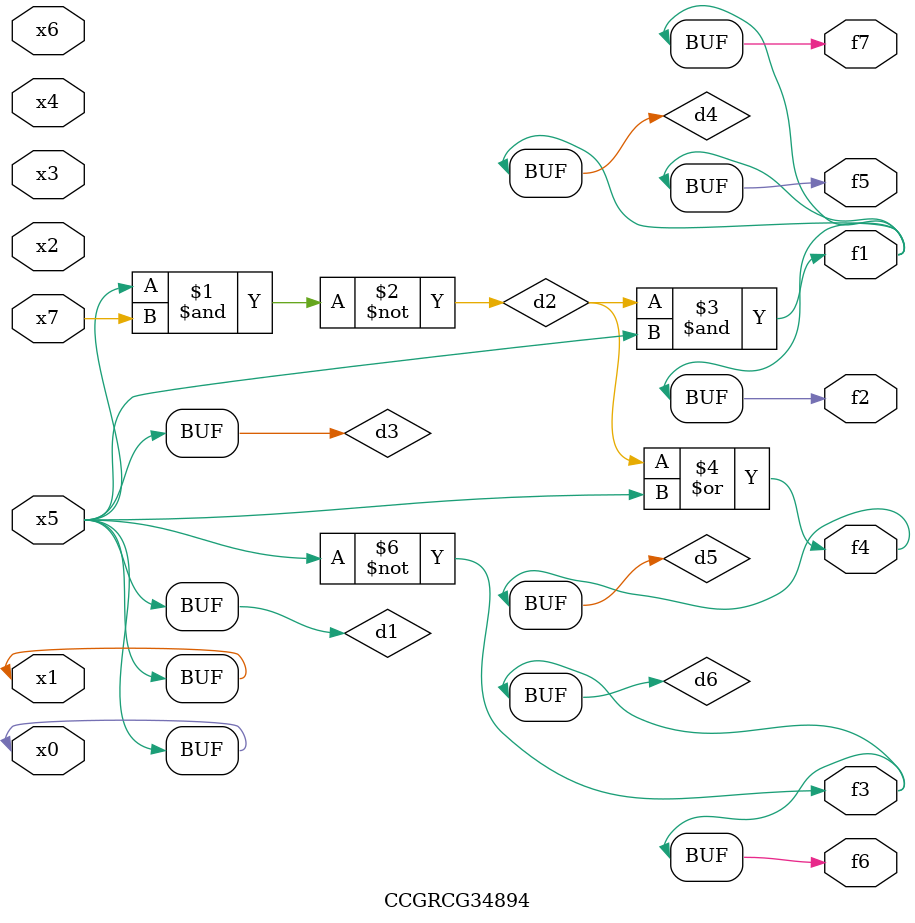
<source format=v>
module CCGRCG34894(
	input x0, x1, x2, x3, x4, x5, x6, x7,
	output f1, f2, f3, f4, f5, f6, f7
);

	wire d1, d2, d3, d4, d5, d6;

	buf (d1, x0, x5);
	nand (d2, x5, x7);
	buf (d3, x0, x1);
	and (d4, d2, d3);
	or (d5, d2, d3);
	nor (d6, d1, d3);
	assign f1 = d4;
	assign f2 = d4;
	assign f3 = d6;
	assign f4 = d5;
	assign f5 = d4;
	assign f6 = d6;
	assign f7 = d4;
endmodule

</source>
